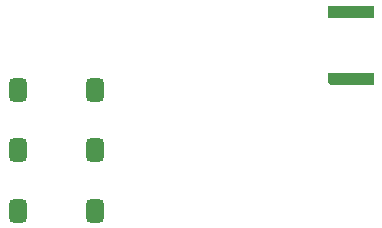
<source format=gbr>
%TF.GenerationSoftware,KiCad,Pcbnew,7.0.6-7.0.6~ubuntu22.04.1*%
%TF.CreationDate,2023-09-01T17:28:15+01:00*%
%TF.ProjectId,tec-controller,7465632d-636f-46e7-9472-6f6c6c65722e,rev?*%
%TF.SameCoordinates,Original*%
%TF.FileFunction,Paste,Bot*%
%TF.FilePolarity,Positive*%
%FSLAX46Y46*%
G04 Gerber Fmt 4.6, Leading zero omitted, Abs format (unit mm)*
G04 Created by KiCad (PCBNEW 7.0.6-7.0.6~ubuntu22.04.1) date 2023-09-01 17:28:15*
%MOMM*%
%LPD*%
G01*
G04 APERTURE LIST*
G04 Aperture macros list*
%AMRoundRect*
0 Rectangle with rounded corners*
0 $1 Rounding radius*
0 $2 $3 $4 $5 $6 $7 $8 $9 X,Y pos of 4 corners*
0 Add a 4 corners polygon primitive as box body*
4,1,4,$2,$3,$4,$5,$6,$7,$8,$9,$2,$3,0*
0 Add four circle primitives for the rounded corners*
1,1,$1+$1,$2,$3*
1,1,$1+$1,$4,$5*
1,1,$1+$1,$6,$7*
1,1,$1+$1,$8,$9*
0 Add four rect primitives between the rounded corners*
20,1,$1+$1,$2,$3,$4,$5,0*
20,1,$1+$1,$4,$5,$6,$7,0*
20,1,$1+$1,$6,$7,$8,$9,0*
20,1,$1+$1,$8,$9,$2,$3,0*%
%AMOutline5P*
0 Free polygon, 5 corners , with rotation*
0 The origin of the aperture is its center*
0 number of corners: always 5*
0 $1 to $10 corner X, Y*
0 $11 Rotation angle, in degrees counterclockwise*
0 create outline with 5 corners*
4,1,5,$1,$2,$3,$4,$5,$6,$7,$8,$9,$10,$1,$2,$11*%
%AMOutline6P*
0 Free polygon, 6 corners , with rotation*
0 The origin of the aperture is its center*
0 number of corners: always 6*
0 $1 to $12 corner X, Y*
0 $13 Rotation angle, in degrees counterclockwise*
0 create outline with 6 corners*
4,1,6,$1,$2,$3,$4,$5,$6,$7,$8,$9,$10,$11,$12,$1,$2,$13*%
%AMOutline7P*
0 Free polygon, 7 corners , with rotation*
0 The origin of the aperture is its center*
0 number of corners: always 7*
0 $1 to $14 corner X, Y*
0 $15 Rotation angle, in degrees counterclockwise*
0 create outline with 7 corners*
4,1,7,$1,$2,$3,$4,$5,$6,$7,$8,$9,$10,$11,$12,$13,$14,$1,$2,$15*%
%AMOutline8P*
0 Free polygon, 8 corners , with rotation*
0 The origin of the aperture is its center*
0 number of corners: always 8*
0 $1 to $16 corner X, Y*
0 $17 Rotation angle, in degrees counterclockwise*
0 create outline with 8 corners*
4,1,8,$1,$2,$3,$4,$5,$6,$7,$8,$9,$10,$11,$12,$13,$14,$15,$16,$1,$2,$17*%
G04 Aperture macros list end*
%ADD10Outline5P,-1.930000X0.500000X1.930000X0.500000X1.930000X-0.500000X-1.730000X-0.500000X-1.930000X-0.300000X0.000000*%
%ADD11R,3.860000X1.000000*%
%ADD12RoundRect,0.375000X0.375000X0.625000X-0.375000X0.625000X-0.375000X-0.625000X0.375000X-0.625000X0*%
G04 APERTURE END LIST*
D10*
%TO.C,PE1*%
X187750000Y-102360000D03*
D11*
X187750000Y-96640000D03*
%TD*%
D12*
%TO.C,SW103*%
X166075596Y-113500000D03*
X159575596Y-113500000D03*
%TD*%
%TO.C,SW102*%
X166075596Y-108380000D03*
X159575596Y-108380000D03*
%TD*%
%TO.C,SW101*%
X166075596Y-103260000D03*
X159575596Y-103260000D03*
%TD*%
M02*

</source>
